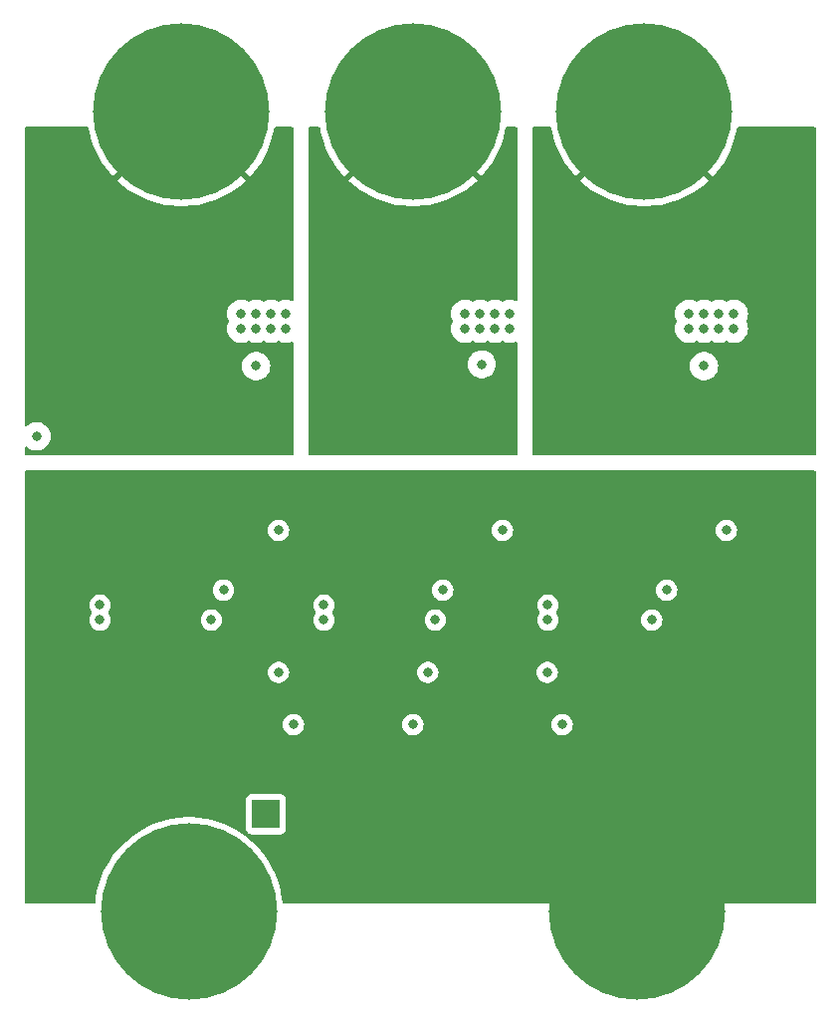
<source format=gbr>
%TF.GenerationSoftware,KiCad,Pcbnew,7.0.6*%
%TF.CreationDate,2023-10-19T15:55:55+03:00*%
%TF.ProjectId,_______ _____,21383b3e-3230-44f2-903f-3b3042302e6b,rev?*%
%TF.SameCoordinates,Original*%
%TF.FileFunction,Copper,L3,Inr*%
%TF.FilePolarity,Positive*%
%FSLAX46Y46*%
G04 Gerber Fmt 4.6, Leading zero omitted, Abs format (unit mm)*
G04 Created by KiCad (PCBNEW 7.0.6) date 2023-10-19 15:55:55*
%MOMM*%
%LPD*%
G01*
G04 APERTURE LIST*
%TA.AperFunction,ComponentPad*%
%ADD10C,15.000000*%
%TD*%
%TA.AperFunction,ComponentPad*%
%ADD11O,2.400000X2.400000*%
%TD*%
%TA.AperFunction,ComponentPad*%
%ADD12R,2.400000X2.400000*%
%TD*%
%TA.AperFunction,ViaPad*%
%ADD13C,0.800000*%
%TD*%
G04 APERTURE END LIST*
D10*
%TO.N,+24V*%
%TO.C,J1*%
X133350000Y-125730000D03*
%TD*%
%TO.N,GND*%
%TO.C,J2*%
X171450000Y-125730000D03*
%TD*%
%TO.N,C*%
%TO.C,J5*%
X172085000Y-57785000D03*
%TD*%
%TO.N,B*%
%TO.C,J4*%
X152400000Y-57785000D03*
%TD*%
%TO.N,A*%
%TO.C,J3*%
X132715000Y-57785000D03*
%TD*%
D11*
%TO.N,GND*%
%TO.C,C1*%
X164900000Y-117475000D03*
D12*
%TO.N,+24V*%
X139900000Y-117475000D03*
%TD*%
D13*
%TO.N,GND*%
X120396000Y-85344000D03*
X120396000Y-88900000D03*
X120396000Y-91948000D03*
X120396000Y-94996000D03*
X120396000Y-106426000D03*
X120396000Y-109474000D03*
X120396000Y-112776000D03*
X120396000Y-115824000D03*
X185674000Y-117856000D03*
X185674000Y-114554000D03*
X185674000Y-111506000D03*
X185674000Y-108204000D03*
X185674000Y-105156000D03*
X185674000Y-101854000D03*
X185674000Y-98806000D03*
X185674000Y-95504000D03*
X174625000Y-116205000D03*
X174625000Y-113030000D03*
X174625000Y-109855000D03*
X174625000Y-106680000D03*
X130175000Y-114300000D03*
X130175000Y-111125000D03*
X130175000Y-107950000D03*
X120650000Y-119380000D03*
X120650000Y-101600000D03*
X120650000Y-99695000D03*
%TO.N,HIN_C*%
X165100000Y-109855000D03*
%TO.N,LIN_C*%
X163830000Y-105410000D03*
%TO.N,HIN_B*%
X153670000Y-105410000D03*
%TO.N,LIN_B*%
X152400000Y-109855000D03*
%TO.N,LIN_A*%
X142240000Y-109855000D03*
%TO.N,HIN_A*%
X140970000Y-105410000D03*
%TO.N,GND*%
X175895000Y-74930000D03*
X175895000Y-76200000D03*
X178435000Y-76200000D03*
X179705000Y-74930000D03*
X178435000Y-74930000D03*
X177165000Y-74930000D03*
X179705000Y-76200000D03*
X177165000Y-76200000D03*
X156845000Y-74930000D03*
X156845000Y-76200000D03*
X159385000Y-76200000D03*
X160655000Y-74930000D03*
X159385000Y-74930000D03*
X158115000Y-74930000D03*
X160655000Y-76200000D03*
X158115000Y-76200000D03*
X137795000Y-76200000D03*
X139065000Y-76200000D03*
X140335000Y-76200000D03*
X141605000Y-76200000D03*
X141605000Y-74930000D03*
X140335000Y-74930000D03*
X139065000Y-74930000D03*
X137795000Y-74930000D03*
%TO.N,LIN_C*%
X163881676Y-100960775D03*
%TO.N,HIN_C*%
X163881676Y-99699225D03*
%TO.N,Net-(U3-VS)*%
X173990000Y-98425000D03*
X172720000Y-100965000D03*
%TO.N,LIN_B*%
X144831676Y-100960775D03*
%TO.N,HIN_B*%
X144831676Y-99699225D03*
%TO.N,LIN_A*%
X125781676Y-100960775D03*
%TO.N,HIN_A*%
X125781676Y-99699225D03*
%TO.N,Net-(U2-VS)*%
X154305000Y-100965000D03*
X154940000Y-98425000D03*
%TO.N,Net-(U1-VS)*%
X136292500Y-98425000D03*
X135255000Y-100965000D03*
%TO.N,G6*%
X179070000Y-93345000D03*
%TO.N,G4*%
X160020000Y-93345000D03*
%TO.N,G2*%
X140970000Y-93345000D03*
%TO.N,G6*%
X177165000Y-79375000D03*
%TO.N,G4*%
X158260000Y-79230000D03*
%TO.N,G2*%
X139065000Y-79375000D03*
%TD*%
%TA.AperFunction,Conductor*%
%TO.N,A*%
G36*
X124778514Y-59074685D02*
G01*
X124824269Y-59127489D01*
X124833591Y-59157468D01*
X124885050Y-59449307D01*
X124885050Y-59449306D01*
X125020221Y-59991448D01*
X125020221Y-59991449D01*
X125192878Y-60522833D01*
X125192878Y-60522832D01*
X125402181Y-61040874D01*
X125402182Y-61040875D01*
X125647112Y-61543059D01*
X125647113Y-61543059D01*
X125926483Y-62026943D01*
X125926483Y-62026944D01*
X126238922Y-62490151D01*
X126238921Y-62490151D01*
X126582905Y-62930431D01*
X126882870Y-63263575D01*
X130069640Y-60076805D01*
X130203842Y-60230176D01*
X130421991Y-60431561D01*
X127237146Y-63616406D01*
X127358687Y-63733778D01*
X127786699Y-64092923D01*
X127786700Y-64092923D01*
X128238739Y-64421349D01*
X128238738Y-64421348D01*
X128712563Y-64717427D01*
X128712563Y-64717426D01*
X129205890Y-64979734D01*
X129205889Y-64979733D01*
X129716324Y-65206993D01*
X130241360Y-65398090D01*
X130241361Y-65398090D01*
X130778439Y-65552095D01*
X131324972Y-65668265D01*
X131878270Y-65746025D01*
X131878271Y-65746025D01*
X132435632Y-65785000D01*
X132994368Y-65785000D01*
X133551729Y-65746025D01*
X133551730Y-65746025D01*
X134105028Y-65668265D01*
X134651561Y-65552095D01*
X135188639Y-65398090D01*
X135188640Y-65398090D01*
X135713676Y-65206993D01*
X136224111Y-64979733D01*
X136224110Y-64979734D01*
X136717437Y-64717426D01*
X136717437Y-64717427D01*
X137191262Y-64421348D01*
X137191261Y-64421349D01*
X137643300Y-64092923D01*
X137643301Y-64092923D01*
X138071305Y-63733785D01*
X138071305Y-63733784D01*
X138192853Y-63616405D01*
X135007361Y-60430913D01*
X135092461Y-60360360D01*
X135352736Y-60093061D01*
X135363237Y-60079684D01*
X138547128Y-63263575D01*
X138547129Y-63263575D01*
X138847095Y-62930431D01*
X139191079Y-62490151D01*
X139191078Y-62490151D01*
X139503517Y-62026944D01*
X139503517Y-62026943D01*
X139782887Y-61543059D01*
X139782888Y-61543059D01*
X140027818Y-61040875D01*
X140027819Y-61040874D01*
X140237122Y-60522832D01*
X140237122Y-60522833D01*
X140409779Y-59991449D01*
X140409779Y-59991448D01*
X140544950Y-59449306D01*
X140544950Y-59449307D01*
X140596409Y-59157468D01*
X140627436Y-59094865D01*
X140687383Y-59058974D01*
X140718525Y-59055000D01*
X142116000Y-59055000D01*
X142183039Y-59074685D01*
X142228794Y-59127489D01*
X142240000Y-59179000D01*
X142240000Y-73707545D01*
X142220315Y-73774584D01*
X142167511Y-73820339D01*
X142098353Y-73830283D01*
X142071207Y-73823172D01*
X142001543Y-73796184D01*
X141934940Y-73770382D01*
X141716243Y-73729500D01*
X141493757Y-73729500D01*
X141275060Y-73770382D01*
X141146106Y-73820339D01*
X141067601Y-73850752D01*
X141067598Y-73850753D01*
X141035276Y-73870766D01*
X140967915Y-73889320D01*
X140904724Y-73870766D01*
X140872401Y-73850753D01*
X140872398Y-73850752D01*
X140664940Y-73770382D01*
X140446243Y-73729500D01*
X140223757Y-73729500D01*
X140005060Y-73770382D01*
X139876106Y-73820339D01*
X139797601Y-73850752D01*
X139797598Y-73850753D01*
X139765276Y-73870766D01*
X139697915Y-73889320D01*
X139634724Y-73870766D01*
X139602401Y-73850753D01*
X139602398Y-73850752D01*
X139394940Y-73770382D01*
X139176243Y-73729500D01*
X138953757Y-73729500D01*
X138735060Y-73770382D01*
X138606106Y-73820339D01*
X138527601Y-73850752D01*
X138527598Y-73850753D01*
X138495276Y-73870766D01*
X138427915Y-73889320D01*
X138364724Y-73870766D01*
X138332401Y-73850753D01*
X138332398Y-73850752D01*
X138124940Y-73770382D01*
X137906243Y-73729500D01*
X137683757Y-73729500D01*
X137465060Y-73770382D01*
X137336106Y-73820339D01*
X137257601Y-73850752D01*
X137257595Y-73850754D01*
X137068439Y-73967874D01*
X137068437Y-73967876D01*
X136904020Y-74117761D01*
X136769943Y-74295308D01*
X136769938Y-74295316D01*
X136670775Y-74494461D01*
X136670769Y-74494476D01*
X136609885Y-74708462D01*
X136609884Y-74708464D01*
X136589357Y-74929999D01*
X136589357Y-74930000D01*
X136609884Y-75151535D01*
X136609885Y-75151537D01*
X136670769Y-75365523D01*
X136670775Y-75365538D01*
X136742574Y-75509728D01*
X136754835Y-75578514D01*
X136742574Y-75620272D01*
X136670775Y-75764461D01*
X136670769Y-75764476D01*
X136609885Y-75978462D01*
X136609884Y-75978464D01*
X136589357Y-76199999D01*
X136589357Y-76200000D01*
X136609884Y-76421535D01*
X136609885Y-76421537D01*
X136670769Y-76635523D01*
X136670775Y-76635538D01*
X136769938Y-76834683D01*
X136769943Y-76834691D01*
X136904020Y-77012238D01*
X137068437Y-77162123D01*
X137068439Y-77162125D01*
X137257595Y-77279245D01*
X137257596Y-77279245D01*
X137257599Y-77279247D01*
X137465060Y-77359618D01*
X137683757Y-77400500D01*
X137683759Y-77400500D01*
X137906241Y-77400500D01*
X137906243Y-77400500D01*
X138124940Y-77359618D01*
X138332401Y-77279247D01*
X138364721Y-77259234D01*
X138432081Y-77240678D01*
X138495279Y-77259235D01*
X138527595Y-77279245D01*
X138527599Y-77279247D01*
X138735060Y-77359618D01*
X138953757Y-77400500D01*
X138953759Y-77400500D01*
X139176241Y-77400500D01*
X139176243Y-77400500D01*
X139394940Y-77359618D01*
X139602401Y-77279247D01*
X139634721Y-77259234D01*
X139702081Y-77240678D01*
X139765279Y-77259235D01*
X139797595Y-77279245D01*
X139797599Y-77279247D01*
X140005060Y-77359618D01*
X140223757Y-77400500D01*
X140223759Y-77400500D01*
X140446241Y-77400500D01*
X140446243Y-77400500D01*
X140664940Y-77359618D01*
X140872401Y-77279247D01*
X140904721Y-77259234D01*
X140972081Y-77240678D01*
X141035279Y-77259235D01*
X141067595Y-77279245D01*
X141067599Y-77279247D01*
X141275060Y-77359618D01*
X141493757Y-77400500D01*
X141493759Y-77400500D01*
X141716241Y-77400500D01*
X141716243Y-77400500D01*
X141934940Y-77359618D01*
X142071206Y-77306827D01*
X142140829Y-77300965D01*
X142202569Y-77333675D01*
X142236824Y-77394571D01*
X142240000Y-77422454D01*
X142240000Y-86871000D01*
X142220315Y-86938039D01*
X142167511Y-86983794D01*
X142116000Y-86995000D01*
X135890000Y-86995000D01*
X119504000Y-86995000D01*
X119436961Y-86975315D01*
X119391206Y-86922511D01*
X119380000Y-86871000D01*
X119380000Y-86323095D01*
X119399683Y-86256060D01*
X119452487Y-86210305D01*
X119521646Y-86200361D01*
X119585202Y-86229386D01*
X119587537Y-86231462D01*
X119669437Y-86306123D01*
X119669439Y-86306125D01*
X119858595Y-86423245D01*
X119858596Y-86423245D01*
X119858599Y-86423247D01*
X120066060Y-86503618D01*
X120284757Y-86544500D01*
X120284759Y-86544500D01*
X120507241Y-86544500D01*
X120507243Y-86544500D01*
X120725940Y-86503618D01*
X120933401Y-86423247D01*
X121122562Y-86306124D01*
X121286981Y-86156236D01*
X121421058Y-85978689D01*
X121520229Y-85779528D01*
X121581115Y-85565536D01*
X121601643Y-85344000D01*
X121581115Y-85122464D01*
X121520229Y-84908472D01*
X121520224Y-84908461D01*
X121421061Y-84709316D01*
X121421056Y-84709308D01*
X121286979Y-84531761D01*
X121122562Y-84381876D01*
X121122560Y-84381874D01*
X120933404Y-84264754D01*
X120933398Y-84264752D01*
X120725940Y-84184382D01*
X120507243Y-84143500D01*
X120284757Y-84143500D01*
X120066060Y-84184382D01*
X119934864Y-84235207D01*
X119858601Y-84264752D01*
X119858595Y-84264754D01*
X119669439Y-84381874D01*
X119669437Y-84381876D01*
X119587538Y-84456537D01*
X119524734Y-84487154D01*
X119455347Y-84478956D01*
X119401407Y-84434546D01*
X119380039Y-84368024D01*
X119380000Y-84364900D01*
X119380000Y-79375000D01*
X137859357Y-79375000D01*
X137879884Y-79596535D01*
X137879885Y-79596537D01*
X137940769Y-79810523D01*
X137940775Y-79810538D01*
X138039938Y-80009683D01*
X138039943Y-80009691D01*
X138174020Y-80187238D01*
X138338437Y-80337123D01*
X138338439Y-80337125D01*
X138527595Y-80454245D01*
X138527596Y-80454245D01*
X138527599Y-80454247D01*
X138735060Y-80534618D01*
X138953757Y-80575500D01*
X138953759Y-80575500D01*
X139176241Y-80575500D01*
X139176243Y-80575500D01*
X139394940Y-80534618D01*
X139602401Y-80454247D01*
X139791562Y-80337124D01*
X139955981Y-80187236D01*
X140090058Y-80009689D01*
X140189229Y-79810528D01*
X140250115Y-79596536D01*
X140270643Y-79375000D01*
X140250115Y-79153464D01*
X140189229Y-78939472D01*
X140189224Y-78939461D01*
X140090061Y-78740316D01*
X140090056Y-78740308D01*
X139955979Y-78562761D01*
X139791562Y-78412876D01*
X139791560Y-78412874D01*
X139602404Y-78295754D01*
X139602398Y-78295752D01*
X139394940Y-78215382D01*
X139176243Y-78174500D01*
X138953757Y-78174500D01*
X138735060Y-78215382D01*
X138603864Y-78266207D01*
X138527601Y-78295752D01*
X138527595Y-78295754D01*
X138338439Y-78412874D01*
X138338437Y-78412876D01*
X138174020Y-78562761D01*
X138039943Y-78740308D01*
X138039938Y-78740316D01*
X137940775Y-78939461D01*
X137940769Y-78939476D01*
X137879885Y-79153462D01*
X137879884Y-79153464D01*
X137859357Y-79374999D01*
X137859357Y-79375000D01*
X119380000Y-79375000D01*
X119380000Y-59179000D01*
X119399685Y-59111961D01*
X119452489Y-59066206D01*
X119504000Y-59055000D01*
X124711475Y-59055000D01*
X124778514Y-59074685D01*
G37*
%TD.AperFunction*%
%TD*%
%TA.AperFunction,Conductor*%
%TO.N,B*%
G36*
X144463514Y-59074685D02*
G01*
X144509269Y-59127489D01*
X144518591Y-59157468D01*
X144570050Y-59449307D01*
X144570050Y-59449306D01*
X144705221Y-59991448D01*
X144705221Y-59991449D01*
X144877878Y-60522833D01*
X144877878Y-60522832D01*
X145087181Y-61040874D01*
X145087182Y-61040875D01*
X145332112Y-61543059D01*
X145332113Y-61543059D01*
X145611483Y-62026943D01*
X145611483Y-62026944D01*
X145923922Y-62490151D01*
X145923921Y-62490151D01*
X146267905Y-62930431D01*
X146567870Y-63263575D01*
X149754640Y-60076805D01*
X149888842Y-60230176D01*
X150106991Y-60431561D01*
X146922146Y-63616406D01*
X147043687Y-63733778D01*
X147471699Y-64092923D01*
X147471700Y-64092923D01*
X147923739Y-64421349D01*
X147923738Y-64421348D01*
X148397563Y-64717427D01*
X148397563Y-64717426D01*
X148890890Y-64979734D01*
X148890889Y-64979733D01*
X149401324Y-65206993D01*
X149926360Y-65398090D01*
X149926361Y-65398090D01*
X150463439Y-65552095D01*
X151009972Y-65668265D01*
X151563270Y-65746025D01*
X151563271Y-65746025D01*
X152120632Y-65785000D01*
X152679368Y-65785000D01*
X153236729Y-65746025D01*
X153236730Y-65746025D01*
X153790028Y-65668265D01*
X154336561Y-65552095D01*
X154873639Y-65398090D01*
X154873640Y-65398090D01*
X155398676Y-65206993D01*
X155909111Y-64979733D01*
X155909110Y-64979734D01*
X156402437Y-64717426D01*
X156402437Y-64717427D01*
X156876262Y-64421348D01*
X156876261Y-64421349D01*
X157328300Y-64092923D01*
X157328301Y-64092923D01*
X157756305Y-63733785D01*
X157756305Y-63733784D01*
X157877853Y-63616405D01*
X154692361Y-60430913D01*
X154777461Y-60360360D01*
X155037736Y-60093061D01*
X155048237Y-60079684D01*
X158232128Y-63263575D01*
X158232129Y-63263575D01*
X158532095Y-62930431D01*
X158876079Y-62490151D01*
X158876078Y-62490151D01*
X159188517Y-62026944D01*
X159188517Y-62026943D01*
X159467887Y-61543059D01*
X159467888Y-61543059D01*
X159712818Y-61040875D01*
X159712819Y-61040874D01*
X159922122Y-60522832D01*
X159922122Y-60522833D01*
X160094779Y-59991449D01*
X160094779Y-59991448D01*
X160229950Y-59449306D01*
X160229950Y-59449307D01*
X160281409Y-59157468D01*
X160312436Y-59094865D01*
X160372383Y-59058974D01*
X160403525Y-59055000D01*
X161166000Y-59055000D01*
X161233039Y-59074685D01*
X161278794Y-59127489D01*
X161290000Y-59179000D01*
X161290000Y-73707545D01*
X161270315Y-73774584D01*
X161217511Y-73820339D01*
X161148353Y-73830283D01*
X161121207Y-73823172D01*
X161051543Y-73796184D01*
X160984940Y-73770382D01*
X160766243Y-73729500D01*
X160543757Y-73729500D01*
X160325060Y-73770382D01*
X160196106Y-73820339D01*
X160117601Y-73850752D01*
X160117598Y-73850753D01*
X160085276Y-73870766D01*
X160017915Y-73889320D01*
X159954724Y-73870766D01*
X159922401Y-73850753D01*
X159922398Y-73850752D01*
X159714940Y-73770382D01*
X159496243Y-73729500D01*
X159273757Y-73729500D01*
X159055060Y-73770382D01*
X158926106Y-73820339D01*
X158847601Y-73850752D01*
X158847598Y-73850753D01*
X158815276Y-73870766D01*
X158747915Y-73889320D01*
X158684724Y-73870766D01*
X158652401Y-73850753D01*
X158652398Y-73850752D01*
X158444940Y-73770382D01*
X158226243Y-73729500D01*
X158003757Y-73729500D01*
X157785060Y-73770382D01*
X157656106Y-73820339D01*
X157577601Y-73850752D01*
X157577598Y-73850753D01*
X157545276Y-73870766D01*
X157477915Y-73889320D01*
X157414724Y-73870766D01*
X157382401Y-73850753D01*
X157382398Y-73850752D01*
X157174940Y-73770382D01*
X156956243Y-73729500D01*
X156733757Y-73729500D01*
X156515060Y-73770382D01*
X156386106Y-73820339D01*
X156307601Y-73850752D01*
X156307595Y-73850754D01*
X156118439Y-73967874D01*
X156118437Y-73967876D01*
X155954020Y-74117761D01*
X155819943Y-74295308D01*
X155819938Y-74295316D01*
X155720775Y-74494461D01*
X155720769Y-74494476D01*
X155659885Y-74708462D01*
X155659884Y-74708464D01*
X155639356Y-74929999D01*
X155639356Y-74930000D01*
X155659884Y-75151535D01*
X155659885Y-75151537D01*
X155720769Y-75365523D01*
X155720775Y-75365538D01*
X155792574Y-75509728D01*
X155804835Y-75578514D01*
X155792574Y-75620272D01*
X155720775Y-75764461D01*
X155720769Y-75764476D01*
X155659885Y-75978462D01*
X155659884Y-75978464D01*
X155639356Y-76199999D01*
X155639356Y-76200000D01*
X155659884Y-76421535D01*
X155659885Y-76421537D01*
X155720769Y-76635523D01*
X155720775Y-76635538D01*
X155819938Y-76834683D01*
X155819943Y-76834691D01*
X155954020Y-77012238D01*
X156118437Y-77162123D01*
X156118439Y-77162125D01*
X156307595Y-77279245D01*
X156307596Y-77279245D01*
X156307599Y-77279247D01*
X156515060Y-77359618D01*
X156733757Y-77400500D01*
X156733759Y-77400500D01*
X156956241Y-77400500D01*
X156956243Y-77400500D01*
X157174940Y-77359618D01*
X157382401Y-77279247D01*
X157414721Y-77259234D01*
X157482081Y-77240678D01*
X157545279Y-77259235D01*
X157577595Y-77279245D01*
X157577599Y-77279247D01*
X157785060Y-77359618D01*
X158003757Y-77400500D01*
X158003759Y-77400500D01*
X158226241Y-77400500D01*
X158226243Y-77400500D01*
X158444940Y-77359618D01*
X158652401Y-77279247D01*
X158684721Y-77259234D01*
X158752081Y-77240678D01*
X158815279Y-77259235D01*
X158847595Y-77279245D01*
X158847599Y-77279247D01*
X159055060Y-77359618D01*
X159273757Y-77400500D01*
X159273759Y-77400500D01*
X159496241Y-77400500D01*
X159496243Y-77400500D01*
X159714940Y-77359618D01*
X159922401Y-77279247D01*
X159954721Y-77259234D01*
X160022081Y-77240678D01*
X160085279Y-77259235D01*
X160117595Y-77279245D01*
X160117599Y-77279247D01*
X160325060Y-77359618D01*
X160543757Y-77400500D01*
X160543759Y-77400500D01*
X160766241Y-77400500D01*
X160766243Y-77400500D01*
X160984940Y-77359618D01*
X161121206Y-77306827D01*
X161190829Y-77300965D01*
X161252569Y-77333675D01*
X161286824Y-77394571D01*
X161290000Y-77422454D01*
X161290000Y-86871000D01*
X161270315Y-86938039D01*
X161217511Y-86983794D01*
X161166000Y-86995000D01*
X154940000Y-86995000D01*
X143634000Y-86995000D01*
X143566961Y-86975315D01*
X143521206Y-86922511D01*
X143510000Y-86871000D01*
X143510000Y-79230000D01*
X157054356Y-79230000D01*
X157074884Y-79451535D01*
X157074885Y-79451537D01*
X157135769Y-79665523D01*
X157135775Y-79665538D01*
X157234938Y-79864683D01*
X157234943Y-79864691D01*
X157369020Y-80042238D01*
X157533437Y-80192123D01*
X157533439Y-80192125D01*
X157722595Y-80309245D01*
X157722596Y-80309245D01*
X157722599Y-80309247D01*
X157930060Y-80389618D01*
X158148757Y-80430500D01*
X158148759Y-80430500D01*
X158371241Y-80430500D01*
X158371243Y-80430500D01*
X158589940Y-80389618D01*
X158797401Y-80309247D01*
X158986562Y-80192124D01*
X159150981Y-80042236D01*
X159285058Y-79864689D01*
X159384229Y-79665528D01*
X159445115Y-79451536D01*
X159465643Y-79230000D01*
X159445115Y-79008464D01*
X159384229Y-78794472D01*
X159384224Y-78794461D01*
X159285061Y-78595316D01*
X159285056Y-78595308D01*
X159150979Y-78417761D01*
X158986562Y-78267876D01*
X158986560Y-78267874D01*
X158797404Y-78150754D01*
X158797398Y-78150752D01*
X158589940Y-78070382D01*
X158371243Y-78029500D01*
X158148757Y-78029500D01*
X157930060Y-78070382D01*
X157798864Y-78121207D01*
X157722601Y-78150752D01*
X157722595Y-78150754D01*
X157533439Y-78267874D01*
X157533437Y-78267876D01*
X157369020Y-78417761D01*
X157234943Y-78595308D01*
X157234938Y-78595316D01*
X157135775Y-78794461D01*
X157135769Y-78794476D01*
X157074885Y-79008462D01*
X157074884Y-79008464D01*
X157054356Y-79229999D01*
X157054356Y-79230000D01*
X143510000Y-79230000D01*
X143510000Y-59179000D01*
X143529685Y-59111961D01*
X143582489Y-59066206D01*
X143634000Y-59055000D01*
X144396475Y-59055000D01*
X144463514Y-59074685D01*
G37*
%TD.AperFunction*%
%TD*%
%TA.AperFunction,Conductor*%
%TO.N,C*%
G36*
X164148514Y-59074685D02*
G01*
X164194269Y-59127489D01*
X164203591Y-59157468D01*
X164255050Y-59449307D01*
X164255050Y-59449306D01*
X164390221Y-59991448D01*
X164390221Y-59991449D01*
X164562878Y-60522833D01*
X164562878Y-60522832D01*
X164772181Y-61040874D01*
X164772182Y-61040875D01*
X165017112Y-61543059D01*
X165017113Y-61543059D01*
X165296483Y-62026943D01*
X165296483Y-62026944D01*
X165608922Y-62490151D01*
X165608921Y-62490151D01*
X165952905Y-62930431D01*
X166252870Y-63263575D01*
X169439640Y-60076805D01*
X169573842Y-60230176D01*
X169791991Y-60431561D01*
X166607146Y-63616406D01*
X166728687Y-63733778D01*
X167156699Y-64092923D01*
X167156700Y-64092923D01*
X167608739Y-64421349D01*
X167608738Y-64421348D01*
X168082563Y-64717427D01*
X168082563Y-64717426D01*
X168575890Y-64979734D01*
X168575889Y-64979733D01*
X169086324Y-65206993D01*
X169611360Y-65398090D01*
X169611361Y-65398090D01*
X170148439Y-65552095D01*
X170694972Y-65668265D01*
X171248270Y-65746025D01*
X171248271Y-65746025D01*
X171805632Y-65785000D01*
X172364368Y-65785000D01*
X172921729Y-65746025D01*
X172921730Y-65746025D01*
X173475028Y-65668265D01*
X174021561Y-65552095D01*
X174558639Y-65398090D01*
X174558640Y-65398090D01*
X175083676Y-65206993D01*
X175594111Y-64979733D01*
X175594110Y-64979734D01*
X176087437Y-64717426D01*
X176087437Y-64717427D01*
X176561262Y-64421348D01*
X176561261Y-64421349D01*
X177013300Y-64092923D01*
X177013301Y-64092923D01*
X177441305Y-63733785D01*
X177441305Y-63733784D01*
X177562853Y-63616405D01*
X174377361Y-60430913D01*
X174462461Y-60360360D01*
X174722736Y-60093061D01*
X174733237Y-60079684D01*
X177917128Y-63263575D01*
X177917129Y-63263575D01*
X178217095Y-62930431D01*
X178561079Y-62490151D01*
X178561078Y-62490151D01*
X178873517Y-62026944D01*
X178873517Y-62026943D01*
X179152887Y-61543059D01*
X179152888Y-61543059D01*
X179397818Y-61040875D01*
X179397819Y-61040874D01*
X179607122Y-60522832D01*
X179607122Y-60522833D01*
X179779779Y-59991449D01*
X179779779Y-59991448D01*
X179914950Y-59449306D01*
X179914950Y-59449307D01*
X179966409Y-59157468D01*
X179997436Y-59094865D01*
X180057383Y-59058974D01*
X180088525Y-59055000D01*
X186566000Y-59055000D01*
X186633039Y-59074685D01*
X186678794Y-59127489D01*
X186690000Y-59179000D01*
X186690000Y-86871000D01*
X186670315Y-86938039D01*
X186617511Y-86983794D01*
X186566000Y-86995000D01*
X173990000Y-86995000D01*
X162684000Y-86995000D01*
X162616961Y-86975315D01*
X162571206Y-86922511D01*
X162560000Y-86871000D01*
X162560000Y-79375000D01*
X175959356Y-79375000D01*
X175979884Y-79596535D01*
X175979885Y-79596537D01*
X176040769Y-79810523D01*
X176040775Y-79810538D01*
X176139938Y-80009683D01*
X176139943Y-80009691D01*
X176274020Y-80187238D01*
X176438437Y-80337123D01*
X176438439Y-80337125D01*
X176627595Y-80454245D01*
X176627596Y-80454245D01*
X176627599Y-80454247D01*
X176835060Y-80534618D01*
X177053757Y-80575500D01*
X177053759Y-80575500D01*
X177276241Y-80575500D01*
X177276243Y-80575500D01*
X177494940Y-80534618D01*
X177702401Y-80454247D01*
X177891562Y-80337124D01*
X178055981Y-80187236D01*
X178190058Y-80009689D01*
X178289229Y-79810528D01*
X178350115Y-79596536D01*
X178370643Y-79375000D01*
X178350115Y-79153464D01*
X178289229Y-78939472D01*
X178289224Y-78939461D01*
X178190061Y-78740316D01*
X178190056Y-78740308D01*
X178055979Y-78562761D01*
X177891562Y-78412876D01*
X177891560Y-78412874D01*
X177702404Y-78295754D01*
X177702398Y-78295752D01*
X177494940Y-78215382D01*
X177276243Y-78174500D01*
X177053757Y-78174500D01*
X176835060Y-78215382D01*
X176703864Y-78266207D01*
X176627601Y-78295752D01*
X176627595Y-78295754D01*
X176438439Y-78412874D01*
X176438437Y-78412876D01*
X176274020Y-78562761D01*
X176139943Y-78740308D01*
X176139938Y-78740316D01*
X176040775Y-78939461D01*
X176040769Y-78939476D01*
X175979885Y-79153462D01*
X175979884Y-79153464D01*
X175959356Y-79374999D01*
X175959356Y-79375000D01*
X162560000Y-79375000D01*
X162560000Y-76200000D01*
X174689356Y-76200000D01*
X174709884Y-76421535D01*
X174709885Y-76421537D01*
X174770769Y-76635523D01*
X174770775Y-76635538D01*
X174869938Y-76834683D01*
X174869943Y-76834691D01*
X175004020Y-77012238D01*
X175168437Y-77162123D01*
X175168439Y-77162125D01*
X175357595Y-77279245D01*
X175357596Y-77279245D01*
X175357599Y-77279247D01*
X175565060Y-77359618D01*
X175783757Y-77400500D01*
X175783759Y-77400500D01*
X176006241Y-77400500D01*
X176006243Y-77400500D01*
X176224940Y-77359618D01*
X176432401Y-77279247D01*
X176464721Y-77259234D01*
X176532081Y-77240678D01*
X176595279Y-77259235D01*
X176627595Y-77279245D01*
X176627599Y-77279247D01*
X176835060Y-77359618D01*
X177053757Y-77400500D01*
X177053759Y-77400500D01*
X177276241Y-77400500D01*
X177276243Y-77400500D01*
X177494940Y-77359618D01*
X177702401Y-77279247D01*
X177734721Y-77259234D01*
X177802081Y-77240678D01*
X177865279Y-77259235D01*
X177897595Y-77279245D01*
X177897599Y-77279247D01*
X178105060Y-77359618D01*
X178323757Y-77400500D01*
X178323759Y-77400500D01*
X178546241Y-77400500D01*
X178546243Y-77400500D01*
X178764940Y-77359618D01*
X178972401Y-77279247D01*
X179004721Y-77259234D01*
X179072081Y-77240678D01*
X179135279Y-77259235D01*
X179167595Y-77279245D01*
X179167599Y-77279247D01*
X179375060Y-77359618D01*
X179593757Y-77400500D01*
X179593759Y-77400500D01*
X179816241Y-77400500D01*
X179816243Y-77400500D01*
X180034940Y-77359618D01*
X180242401Y-77279247D01*
X180431562Y-77162124D01*
X180595981Y-77012236D01*
X180730058Y-76834689D01*
X180829229Y-76635528D01*
X180890115Y-76421536D01*
X180910643Y-76200000D01*
X180890115Y-75978464D01*
X180829229Y-75764472D01*
X180757425Y-75620271D01*
X180745164Y-75551486D01*
X180757422Y-75509733D01*
X180829229Y-75365528D01*
X180890115Y-75151536D01*
X180910643Y-74930000D01*
X180890115Y-74708464D01*
X180829229Y-74494472D01*
X180829224Y-74494461D01*
X180730061Y-74295316D01*
X180730056Y-74295308D01*
X180595979Y-74117761D01*
X180431562Y-73967876D01*
X180431560Y-73967874D01*
X180242404Y-73850754D01*
X180242398Y-73850752D01*
X180034940Y-73770382D01*
X179816243Y-73729500D01*
X179593757Y-73729500D01*
X179375060Y-73770382D01*
X179243864Y-73821207D01*
X179167601Y-73850752D01*
X179167598Y-73850753D01*
X179135276Y-73870766D01*
X179067915Y-73889320D01*
X179004724Y-73870766D01*
X178972401Y-73850753D01*
X178972398Y-73850752D01*
X178764940Y-73770382D01*
X178546243Y-73729500D01*
X178323757Y-73729500D01*
X178105060Y-73770382D01*
X177973864Y-73821207D01*
X177897601Y-73850752D01*
X177897598Y-73850753D01*
X177865276Y-73870766D01*
X177797915Y-73889320D01*
X177734724Y-73870766D01*
X177702401Y-73850753D01*
X177702398Y-73850752D01*
X177494940Y-73770382D01*
X177276243Y-73729500D01*
X177053757Y-73729500D01*
X176835060Y-73770382D01*
X176703864Y-73821207D01*
X176627601Y-73850752D01*
X176627598Y-73850753D01*
X176595276Y-73870766D01*
X176527915Y-73889320D01*
X176464724Y-73870766D01*
X176432401Y-73850753D01*
X176432398Y-73850752D01*
X176224940Y-73770382D01*
X176006243Y-73729500D01*
X175783757Y-73729500D01*
X175565060Y-73770382D01*
X175433864Y-73821207D01*
X175357601Y-73850752D01*
X175357595Y-73850754D01*
X175168439Y-73967874D01*
X175168437Y-73967876D01*
X175004020Y-74117761D01*
X174869943Y-74295308D01*
X174869938Y-74295316D01*
X174770775Y-74494461D01*
X174770769Y-74494476D01*
X174709885Y-74708462D01*
X174709884Y-74708464D01*
X174689356Y-74929999D01*
X174689356Y-74930000D01*
X174709884Y-75151535D01*
X174709885Y-75151537D01*
X174770769Y-75365523D01*
X174770775Y-75365538D01*
X174842574Y-75509728D01*
X174854835Y-75578514D01*
X174842574Y-75620272D01*
X174770775Y-75764461D01*
X174770769Y-75764476D01*
X174709885Y-75978462D01*
X174709884Y-75978464D01*
X174689356Y-76199999D01*
X174689356Y-76200000D01*
X162560000Y-76200000D01*
X162560000Y-59179000D01*
X162579685Y-59111961D01*
X162632489Y-59066206D01*
X162684000Y-59055000D01*
X164081475Y-59055000D01*
X164148514Y-59074685D01*
G37*
%TD.AperFunction*%
%TD*%
%TA.AperFunction,Conductor*%
%TO.N,GND*%
G36*
X186633039Y-88284685D02*
G01*
X186678794Y-88337489D01*
X186690000Y-88389000D01*
X186690000Y-124971000D01*
X186670315Y-125038039D01*
X186617511Y-125083794D01*
X186566000Y-125095000D01*
X141439478Y-125095000D01*
X141372439Y-125075315D01*
X141326684Y-125022511D01*
X141316157Y-124983962D01*
X141277468Y-124615860D01*
X141180440Y-124065589D01*
X141045262Y-123523419D01*
X140872594Y-122992000D01*
X140872593Y-122991997D01*
X140872592Y-122991996D01*
X140663277Y-122473922D01*
X140663276Y-122473921D01*
X140418330Y-121971707D01*
X140418329Y-121971706D01*
X140418328Y-121971703D01*
X140138945Y-121487797D01*
X139826486Y-121024557D01*
X139826484Y-121024554D01*
X139482479Y-120584247D01*
X139108585Y-120168997D01*
X139108585Y-120168996D01*
X138706648Y-119780850D01*
X138278609Y-119421682D01*
X138278608Y-119421682D01*
X138278602Y-119421677D01*
X137826550Y-119093242D01*
X137826542Y-119093237D01*
X137729418Y-119032547D01*
X137352701Y-118797147D01*
X137352700Y-118797147D01*
X137352689Y-118797140D01*
X137213007Y-118722870D01*
X138199500Y-118722870D01*
X138199501Y-118722876D01*
X138205908Y-118782483D01*
X138256202Y-118917328D01*
X138256206Y-118917335D01*
X138342452Y-119032544D01*
X138342455Y-119032547D01*
X138457664Y-119118793D01*
X138457671Y-119118797D01*
X138592517Y-119169091D01*
X138592516Y-119169091D01*
X138599444Y-119169835D01*
X138652127Y-119175500D01*
X141147872Y-119175499D01*
X141207483Y-119169091D01*
X141342331Y-119118796D01*
X141457546Y-119032546D01*
X141543796Y-118917331D01*
X141594091Y-118782483D01*
X141600500Y-118722873D01*
X141600499Y-116227128D01*
X141594091Y-116167517D01*
X141543796Y-116032669D01*
X141543795Y-116032668D01*
X141543793Y-116032664D01*
X141457547Y-115917455D01*
X141457544Y-115917452D01*
X141342335Y-115831206D01*
X141342328Y-115831202D01*
X141207482Y-115780908D01*
X141207483Y-115780908D01*
X141147883Y-115774501D01*
X141147881Y-115774500D01*
X141147873Y-115774500D01*
X141147864Y-115774500D01*
X138652129Y-115774500D01*
X138652123Y-115774501D01*
X138592516Y-115780908D01*
X138457671Y-115831202D01*
X138457664Y-115831206D01*
X138342455Y-115917452D01*
X138342452Y-115917455D01*
X138256206Y-116032664D01*
X138256202Y-116032671D01*
X138205908Y-116167517D01*
X138199501Y-116227116D01*
X138199501Y-116227123D01*
X138199500Y-116227135D01*
X138199500Y-118722870D01*
X137213007Y-118722870D01*
X137027461Y-118624214D01*
X136859329Y-118534816D01*
X136859330Y-118534817D01*
X136859326Y-118534815D01*
X136348867Y-118307544D01*
X135823798Y-118116434D01*
X135286676Y-117962417D01*
X134853080Y-117870253D01*
X134740115Y-117846242D01*
X134309164Y-117785675D01*
X134186790Y-117768477D01*
X134186788Y-117768476D01*
X134186783Y-117768476D01*
X133629386Y-117729500D01*
X133629384Y-117729500D01*
X133070616Y-117729500D01*
X133070614Y-117729500D01*
X132513217Y-117768476D01*
X132513211Y-117768476D01*
X132513210Y-117768477D01*
X132390835Y-117785675D01*
X131959885Y-117846242D01*
X131846919Y-117870253D01*
X131413324Y-117962417D01*
X130876202Y-118116434D01*
X130351133Y-118307544D01*
X129840674Y-118534815D01*
X129840670Y-118534817D01*
X129840671Y-118534816D01*
X129580108Y-118673359D01*
X129347313Y-118797139D01*
X128873458Y-119093237D01*
X128873450Y-119093242D01*
X128421398Y-119421677D01*
X128421392Y-119421682D01*
X128421391Y-119421682D01*
X127993352Y-119780850D01*
X127591415Y-120168996D01*
X127591415Y-120168997D01*
X127217521Y-120584247D01*
X126873516Y-121024554D01*
X126873514Y-121024557D01*
X126561055Y-121487797D01*
X126281672Y-121971703D01*
X126281671Y-121971706D01*
X126281670Y-121971707D01*
X126036724Y-122473921D01*
X126036723Y-122473922D01*
X125827407Y-122991996D01*
X125827407Y-122991997D01*
X125827406Y-122992000D01*
X125654738Y-123523419D01*
X125519560Y-124065589D01*
X125422532Y-124615860D01*
X125383843Y-124983962D01*
X125357258Y-125048576D01*
X125299961Y-125088561D01*
X125260522Y-125095000D01*
X119504000Y-125095000D01*
X119436961Y-125075315D01*
X119391206Y-125022511D01*
X119380000Y-124971000D01*
X119380000Y-109855000D01*
X141334540Y-109855000D01*
X141354326Y-110043256D01*
X141354327Y-110043259D01*
X141412818Y-110223277D01*
X141412821Y-110223284D01*
X141507467Y-110387216D01*
X141634128Y-110527888D01*
X141634129Y-110527888D01*
X141787265Y-110639148D01*
X141787270Y-110639151D01*
X141960192Y-110716142D01*
X141960197Y-110716144D01*
X142145354Y-110755500D01*
X142145355Y-110755500D01*
X142334644Y-110755500D01*
X142334646Y-110755500D01*
X142519803Y-110716144D01*
X142692730Y-110639151D01*
X142845871Y-110527888D01*
X142972533Y-110387216D01*
X143067179Y-110223284D01*
X143125674Y-110043256D01*
X143145460Y-109855000D01*
X151494540Y-109855000D01*
X151514326Y-110043256D01*
X151514327Y-110043259D01*
X151572818Y-110223277D01*
X151572821Y-110223284D01*
X151667467Y-110387216D01*
X151794128Y-110527888D01*
X151794129Y-110527888D01*
X151947265Y-110639148D01*
X151947270Y-110639151D01*
X152120192Y-110716142D01*
X152120197Y-110716144D01*
X152305354Y-110755500D01*
X152305355Y-110755500D01*
X152494644Y-110755500D01*
X152494646Y-110755500D01*
X152679803Y-110716144D01*
X152852730Y-110639151D01*
X153005871Y-110527888D01*
X153132533Y-110387216D01*
X153227179Y-110223284D01*
X153285674Y-110043256D01*
X153305460Y-109855000D01*
X164194540Y-109855000D01*
X164214326Y-110043256D01*
X164214327Y-110043259D01*
X164272818Y-110223277D01*
X164272821Y-110223284D01*
X164367467Y-110387216D01*
X164494128Y-110527888D01*
X164494129Y-110527888D01*
X164647265Y-110639148D01*
X164647270Y-110639151D01*
X164820192Y-110716142D01*
X164820197Y-110716144D01*
X165005354Y-110755500D01*
X165005355Y-110755500D01*
X165194644Y-110755500D01*
X165194646Y-110755500D01*
X165379803Y-110716144D01*
X165552730Y-110639151D01*
X165705871Y-110527888D01*
X165832533Y-110387216D01*
X165927179Y-110223284D01*
X165985674Y-110043256D01*
X166005460Y-109855000D01*
X165985674Y-109666744D01*
X165927179Y-109486716D01*
X165832533Y-109322784D01*
X165705871Y-109182112D01*
X165705870Y-109182111D01*
X165552734Y-109070851D01*
X165552729Y-109070848D01*
X165379807Y-108993857D01*
X165379802Y-108993855D01*
X165234000Y-108962865D01*
X165194646Y-108954500D01*
X165005354Y-108954500D01*
X164972897Y-108961398D01*
X164820197Y-108993855D01*
X164820192Y-108993857D01*
X164647270Y-109070848D01*
X164647265Y-109070851D01*
X164494129Y-109182111D01*
X164367466Y-109322785D01*
X164272821Y-109486715D01*
X164272818Y-109486722D01*
X164214327Y-109666740D01*
X164214326Y-109666744D01*
X164194540Y-109855000D01*
X153305460Y-109855000D01*
X153285674Y-109666744D01*
X153227179Y-109486716D01*
X153132533Y-109322784D01*
X153005871Y-109182112D01*
X153005870Y-109182111D01*
X152852734Y-109070851D01*
X152852729Y-109070848D01*
X152679807Y-108993857D01*
X152679802Y-108993855D01*
X152534000Y-108962865D01*
X152494646Y-108954500D01*
X152305354Y-108954500D01*
X152272897Y-108961398D01*
X152120197Y-108993855D01*
X152120192Y-108993857D01*
X151947270Y-109070848D01*
X151947265Y-109070851D01*
X151794129Y-109182111D01*
X151667466Y-109322785D01*
X151572821Y-109486715D01*
X151572818Y-109486722D01*
X151514327Y-109666740D01*
X151514326Y-109666744D01*
X151494540Y-109855000D01*
X143145460Y-109855000D01*
X143125674Y-109666744D01*
X143067179Y-109486716D01*
X142972533Y-109322784D01*
X142845871Y-109182112D01*
X142845870Y-109182111D01*
X142692734Y-109070851D01*
X142692729Y-109070848D01*
X142519807Y-108993857D01*
X142519802Y-108993855D01*
X142374001Y-108962865D01*
X142334646Y-108954500D01*
X142145354Y-108954500D01*
X142112897Y-108961398D01*
X141960197Y-108993855D01*
X141960192Y-108993857D01*
X141787270Y-109070848D01*
X141787265Y-109070851D01*
X141634129Y-109182111D01*
X141507466Y-109322785D01*
X141412821Y-109486715D01*
X141412818Y-109486722D01*
X141354327Y-109666740D01*
X141354326Y-109666744D01*
X141334540Y-109855000D01*
X119380000Y-109855000D01*
X119380000Y-105410000D01*
X140064540Y-105410000D01*
X140084326Y-105598256D01*
X140084327Y-105598259D01*
X140142818Y-105778277D01*
X140142821Y-105778284D01*
X140237467Y-105942216D01*
X140364128Y-106082888D01*
X140364129Y-106082888D01*
X140517265Y-106194148D01*
X140517270Y-106194151D01*
X140690192Y-106271142D01*
X140690197Y-106271144D01*
X140875354Y-106310500D01*
X140875355Y-106310500D01*
X141064644Y-106310500D01*
X141064646Y-106310500D01*
X141249803Y-106271144D01*
X141422730Y-106194151D01*
X141575871Y-106082888D01*
X141702533Y-105942216D01*
X141797179Y-105778284D01*
X141855674Y-105598256D01*
X141875460Y-105410000D01*
X152764540Y-105410000D01*
X152784326Y-105598256D01*
X152784327Y-105598259D01*
X152842818Y-105778277D01*
X152842821Y-105778284D01*
X152937467Y-105942216D01*
X153064128Y-106082888D01*
X153064129Y-106082888D01*
X153217265Y-106194148D01*
X153217270Y-106194151D01*
X153390192Y-106271142D01*
X153390197Y-106271144D01*
X153575354Y-106310500D01*
X153575355Y-106310500D01*
X153764644Y-106310500D01*
X153764646Y-106310500D01*
X153949803Y-106271144D01*
X154122730Y-106194151D01*
X154275871Y-106082888D01*
X154402533Y-105942216D01*
X154497179Y-105778284D01*
X154555674Y-105598256D01*
X154575460Y-105410000D01*
X162924540Y-105410000D01*
X162944326Y-105598256D01*
X162944327Y-105598259D01*
X163002818Y-105778277D01*
X163002821Y-105778284D01*
X163097467Y-105942216D01*
X163224128Y-106082887D01*
X163224129Y-106082888D01*
X163377265Y-106194148D01*
X163377270Y-106194151D01*
X163550192Y-106271142D01*
X163550197Y-106271144D01*
X163735354Y-106310500D01*
X163735355Y-106310500D01*
X163924644Y-106310500D01*
X163924646Y-106310500D01*
X164109803Y-106271144D01*
X164282730Y-106194151D01*
X164435871Y-106082888D01*
X164562533Y-105942216D01*
X164657179Y-105778284D01*
X164715674Y-105598256D01*
X164735460Y-105410000D01*
X164715674Y-105221744D01*
X164657179Y-105041716D01*
X164562533Y-104877784D01*
X164435871Y-104737112D01*
X164435870Y-104737111D01*
X164282734Y-104625851D01*
X164282729Y-104625848D01*
X164109807Y-104548857D01*
X164109802Y-104548855D01*
X163964001Y-104517865D01*
X163924646Y-104509500D01*
X163735354Y-104509500D01*
X163702897Y-104516398D01*
X163550197Y-104548855D01*
X163550192Y-104548857D01*
X163377270Y-104625848D01*
X163377265Y-104625851D01*
X163224129Y-104737111D01*
X163097466Y-104877785D01*
X163002821Y-105041715D01*
X163002818Y-105041722D01*
X162944327Y-105221740D01*
X162944326Y-105221744D01*
X162924540Y-105410000D01*
X154575460Y-105410000D01*
X154555674Y-105221744D01*
X154497179Y-105041716D01*
X154402533Y-104877784D01*
X154275871Y-104737112D01*
X154275870Y-104737111D01*
X154122734Y-104625851D01*
X154122729Y-104625848D01*
X153949807Y-104548857D01*
X153949802Y-104548855D01*
X153804001Y-104517865D01*
X153764646Y-104509500D01*
X153575354Y-104509500D01*
X153542897Y-104516398D01*
X153390197Y-104548855D01*
X153390192Y-104548857D01*
X153217270Y-104625848D01*
X153217265Y-104625851D01*
X153064129Y-104737111D01*
X152937466Y-104877785D01*
X152842821Y-105041715D01*
X152842818Y-105041722D01*
X152784327Y-105221740D01*
X152784326Y-105221744D01*
X152764540Y-105410000D01*
X141875460Y-105410000D01*
X141855674Y-105221744D01*
X141797179Y-105041716D01*
X141702533Y-104877784D01*
X141575871Y-104737112D01*
X141575870Y-104737111D01*
X141422734Y-104625851D01*
X141422729Y-104625848D01*
X141249807Y-104548857D01*
X141249802Y-104548855D01*
X141104001Y-104517865D01*
X141064646Y-104509500D01*
X140875354Y-104509500D01*
X140842897Y-104516398D01*
X140690197Y-104548855D01*
X140690192Y-104548857D01*
X140517270Y-104625848D01*
X140517265Y-104625851D01*
X140364129Y-104737111D01*
X140237466Y-104877785D01*
X140142821Y-105041715D01*
X140142818Y-105041722D01*
X140084327Y-105221740D01*
X140084326Y-105221744D01*
X140064540Y-105410000D01*
X119380000Y-105410000D01*
X119380000Y-100960775D01*
X124876216Y-100960775D01*
X124896002Y-101149031D01*
X124896003Y-101149034D01*
X124954494Y-101329052D01*
X124954497Y-101329059D01*
X125049143Y-101492991D01*
X125175805Y-101633663D01*
X125328941Y-101744923D01*
X125328946Y-101744926D01*
X125501868Y-101821917D01*
X125501873Y-101821919D01*
X125687030Y-101861275D01*
X125687031Y-101861275D01*
X125876320Y-101861275D01*
X125876322Y-101861275D01*
X126061479Y-101821919D01*
X126234406Y-101744926D01*
X126387547Y-101633663D01*
X126514209Y-101492991D01*
X126608855Y-101329059D01*
X126667350Y-101149031D01*
X126686692Y-100965000D01*
X134349540Y-100965000D01*
X134369326Y-101153256D01*
X134369327Y-101153259D01*
X134427818Y-101333277D01*
X134427821Y-101333284D01*
X134522467Y-101497216D01*
X134645325Y-101633663D01*
X134649129Y-101637888D01*
X134802265Y-101749148D01*
X134802270Y-101749151D01*
X134975192Y-101826142D01*
X134975197Y-101826144D01*
X135160354Y-101865500D01*
X135160355Y-101865500D01*
X135349644Y-101865500D01*
X135349646Y-101865500D01*
X135534803Y-101826144D01*
X135707730Y-101749151D01*
X135860871Y-101637888D01*
X135987533Y-101497216D01*
X136082179Y-101333284D01*
X136140674Y-101153256D01*
X136160460Y-100965000D01*
X136160016Y-100960775D01*
X143926216Y-100960775D01*
X143946002Y-101149031D01*
X143946003Y-101149034D01*
X144004494Y-101329052D01*
X144004497Y-101329059D01*
X144099143Y-101492991D01*
X144225804Y-101633663D01*
X144225805Y-101633663D01*
X144378941Y-101744923D01*
X144378946Y-101744926D01*
X144551868Y-101821917D01*
X144551873Y-101821919D01*
X144737030Y-101861275D01*
X144737031Y-101861275D01*
X144926320Y-101861275D01*
X144926322Y-101861275D01*
X145111479Y-101821919D01*
X145284406Y-101744926D01*
X145437547Y-101633663D01*
X145564209Y-101492991D01*
X145658855Y-101329059D01*
X145717350Y-101149031D01*
X145736692Y-100965000D01*
X153399540Y-100965000D01*
X153419326Y-101153256D01*
X153419327Y-101153259D01*
X153477818Y-101333277D01*
X153477821Y-101333284D01*
X153572467Y-101497216D01*
X153695325Y-101633663D01*
X153699129Y-101637888D01*
X153852265Y-101749148D01*
X153852270Y-101749151D01*
X154025192Y-101826142D01*
X154025197Y-101826144D01*
X154210354Y-101865500D01*
X154210355Y-101865500D01*
X154399644Y-101865500D01*
X154399646Y-101865500D01*
X154584803Y-101826144D01*
X154757730Y-101749151D01*
X154910871Y-101637888D01*
X155037533Y-101497216D01*
X155132179Y-101333284D01*
X155190674Y-101153256D01*
X155210460Y-100965000D01*
X155210016Y-100960775D01*
X162976216Y-100960775D01*
X162996002Y-101149031D01*
X162996003Y-101149034D01*
X163054494Y-101329052D01*
X163054497Y-101329059D01*
X163149143Y-101492991D01*
X163275805Y-101633663D01*
X163428941Y-101744923D01*
X163428946Y-101744926D01*
X163601868Y-101821917D01*
X163601873Y-101821919D01*
X163787030Y-101861275D01*
X163787031Y-101861275D01*
X163976320Y-101861275D01*
X163976322Y-101861275D01*
X164161479Y-101821919D01*
X164334406Y-101744926D01*
X164487547Y-101633663D01*
X164614209Y-101492991D01*
X164708855Y-101329059D01*
X164767350Y-101149031D01*
X164786692Y-100965000D01*
X171814540Y-100965000D01*
X171834326Y-101153256D01*
X171834327Y-101153259D01*
X171892818Y-101333277D01*
X171892821Y-101333284D01*
X171987467Y-101497216D01*
X172110325Y-101633663D01*
X172114129Y-101637888D01*
X172267265Y-101749148D01*
X172267270Y-101749151D01*
X172440192Y-101826142D01*
X172440197Y-101826144D01*
X172625354Y-101865500D01*
X172625355Y-101865500D01*
X172814644Y-101865500D01*
X172814646Y-101865500D01*
X172999803Y-101826144D01*
X173172730Y-101749151D01*
X173325871Y-101637888D01*
X173452533Y-101497216D01*
X173547179Y-101333284D01*
X173605674Y-101153256D01*
X173625460Y-100965000D01*
X173605674Y-100776744D01*
X173547179Y-100596716D01*
X173452533Y-100432784D01*
X173325871Y-100292112D01*
X173325870Y-100292111D01*
X173172734Y-100180851D01*
X173172729Y-100180848D01*
X172999807Y-100103857D01*
X172999802Y-100103855D01*
X172828769Y-100067502D01*
X172814646Y-100064500D01*
X172625354Y-100064500D01*
X172611231Y-100067502D01*
X172440197Y-100103855D01*
X172440192Y-100103857D01*
X172267270Y-100180848D01*
X172267265Y-100180851D01*
X172114129Y-100292111D01*
X171987466Y-100432785D01*
X171892821Y-100596715D01*
X171892818Y-100596722D01*
X171834327Y-100776740D01*
X171834326Y-100776744D01*
X171814540Y-100965000D01*
X164786692Y-100965000D01*
X164787136Y-100960775D01*
X164767350Y-100772519D01*
X164710228Y-100596716D01*
X164708857Y-100592497D01*
X164708856Y-100592496D01*
X164708855Y-100592491D01*
X164614209Y-100428559D01*
X164600174Y-100412972D01*
X164569945Y-100349982D01*
X164578569Y-100280646D01*
X164600175Y-100247027D01*
X164614209Y-100231441D01*
X164708855Y-100067509D01*
X164767350Y-99887481D01*
X164787136Y-99699225D01*
X164767350Y-99510969D01*
X164708855Y-99330941D01*
X164614209Y-99167009D01*
X164487547Y-99026337D01*
X164487546Y-99026336D01*
X164334410Y-98915076D01*
X164334405Y-98915073D01*
X164161483Y-98838082D01*
X164161478Y-98838080D01*
X164015677Y-98807090D01*
X163976322Y-98798725D01*
X163787030Y-98798725D01*
X163754573Y-98805623D01*
X163601873Y-98838080D01*
X163601868Y-98838082D01*
X163428946Y-98915073D01*
X163428941Y-98915076D01*
X163275805Y-99026336D01*
X163149142Y-99167010D01*
X163054497Y-99330940D01*
X163054494Y-99330947D01*
X162996003Y-99510965D01*
X162996002Y-99510969D01*
X162976216Y-99699225D01*
X162996002Y-99887481D01*
X162996003Y-99887484D01*
X163054494Y-100067502D01*
X163054497Y-100067509D01*
X163149142Y-100231440D01*
X163163178Y-100247029D01*
X163193407Y-100310022D01*
X163184781Y-100379357D01*
X163163178Y-100412971D01*
X163149142Y-100428559D01*
X163054497Y-100592490D01*
X163054494Y-100592497D01*
X162996003Y-100772515D01*
X162996002Y-100772519D01*
X162976216Y-100960775D01*
X155210016Y-100960775D01*
X155190674Y-100776744D01*
X155132179Y-100596716D01*
X155037533Y-100432784D01*
X154910871Y-100292112D01*
X154910870Y-100292111D01*
X154757734Y-100180851D01*
X154757729Y-100180848D01*
X154584807Y-100103857D01*
X154584802Y-100103855D01*
X154413769Y-100067502D01*
X154399646Y-100064500D01*
X154210354Y-100064500D01*
X154196231Y-100067502D01*
X154025197Y-100103855D01*
X154025192Y-100103857D01*
X153852270Y-100180848D01*
X153852265Y-100180851D01*
X153699129Y-100292111D01*
X153572466Y-100432785D01*
X153477821Y-100596715D01*
X153477818Y-100596722D01*
X153419327Y-100776740D01*
X153419326Y-100776744D01*
X153399540Y-100965000D01*
X145736692Y-100965000D01*
X145737136Y-100960775D01*
X145717350Y-100772519D01*
X145660228Y-100596716D01*
X145658857Y-100592497D01*
X145658856Y-100592496D01*
X145658855Y-100592491D01*
X145564209Y-100428559D01*
X145550174Y-100412972D01*
X145519945Y-100349982D01*
X145528569Y-100280646D01*
X145550175Y-100247027D01*
X145564209Y-100231441D01*
X145658855Y-100067509D01*
X145717350Y-99887481D01*
X145737136Y-99699225D01*
X145717350Y-99510969D01*
X145658855Y-99330941D01*
X145564209Y-99167009D01*
X145437547Y-99026337D01*
X145437546Y-99026336D01*
X145284410Y-98915076D01*
X145284405Y-98915073D01*
X145111483Y-98838082D01*
X145111478Y-98838080D01*
X144965677Y-98807090D01*
X144926322Y-98798725D01*
X144737030Y-98798725D01*
X144704573Y-98805623D01*
X144551873Y-98838080D01*
X144551868Y-98838082D01*
X144378946Y-98915073D01*
X144378941Y-98915076D01*
X144225805Y-99026336D01*
X144099142Y-99167010D01*
X144004497Y-99330940D01*
X144004494Y-99330947D01*
X143946003Y-99510965D01*
X143946002Y-99510969D01*
X143926216Y-99699225D01*
X143946002Y-99887481D01*
X143946003Y-99887484D01*
X144004494Y-100067502D01*
X144004497Y-100067509D01*
X144099142Y-100231440D01*
X144113178Y-100247029D01*
X144143407Y-100310022D01*
X144134781Y-100379357D01*
X144113178Y-100412971D01*
X144099142Y-100428559D01*
X144004497Y-100592490D01*
X144004494Y-100592497D01*
X143946003Y-100772515D01*
X143946002Y-100772519D01*
X143926216Y-100960775D01*
X136160016Y-100960775D01*
X136140674Y-100776744D01*
X136082179Y-100596716D01*
X135987533Y-100432784D01*
X135860871Y-100292112D01*
X135860870Y-100292111D01*
X135707734Y-100180851D01*
X135707729Y-100180848D01*
X135534807Y-100103857D01*
X135534802Y-100103855D01*
X135363769Y-100067502D01*
X135349646Y-100064500D01*
X135160354Y-100064500D01*
X135146231Y-100067502D01*
X134975197Y-100103855D01*
X134975192Y-100103857D01*
X134802270Y-100180848D01*
X134802265Y-100180851D01*
X134649129Y-100292111D01*
X134522466Y-100432785D01*
X134427821Y-100596715D01*
X134427818Y-100596722D01*
X134369327Y-100776740D01*
X134369326Y-100776744D01*
X134349540Y-100965000D01*
X126686692Y-100965000D01*
X126687136Y-100960775D01*
X126667350Y-100772519D01*
X126610228Y-100596716D01*
X126608857Y-100592497D01*
X126608856Y-100592496D01*
X126608855Y-100592491D01*
X126514209Y-100428559D01*
X126500174Y-100412972D01*
X126469945Y-100349982D01*
X126478569Y-100280646D01*
X126500175Y-100247027D01*
X126514209Y-100231441D01*
X126608855Y-100067509D01*
X126667350Y-99887481D01*
X126687136Y-99699225D01*
X126667350Y-99510969D01*
X126608855Y-99330941D01*
X126514209Y-99167009D01*
X126387547Y-99026337D01*
X126387546Y-99026336D01*
X126234410Y-98915076D01*
X126234405Y-98915073D01*
X126061483Y-98838082D01*
X126061478Y-98838080D01*
X125915676Y-98807090D01*
X125876322Y-98798725D01*
X125687030Y-98798725D01*
X125654573Y-98805623D01*
X125501873Y-98838080D01*
X125501868Y-98838082D01*
X125328946Y-98915073D01*
X125328941Y-98915076D01*
X125175805Y-99026336D01*
X125049142Y-99167010D01*
X124954497Y-99330940D01*
X124954494Y-99330947D01*
X124896003Y-99510965D01*
X124896002Y-99510969D01*
X124876216Y-99699225D01*
X124896002Y-99887481D01*
X124896003Y-99887484D01*
X124954494Y-100067502D01*
X124954497Y-100067509D01*
X125049142Y-100231440D01*
X125063178Y-100247029D01*
X125093407Y-100310022D01*
X125084781Y-100379357D01*
X125063178Y-100412971D01*
X125049142Y-100428559D01*
X124954497Y-100592490D01*
X124954494Y-100592497D01*
X124896003Y-100772515D01*
X124896002Y-100772519D01*
X124876216Y-100960775D01*
X119380000Y-100960775D01*
X119380000Y-98425000D01*
X135387040Y-98425000D01*
X135406826Y-98613256D01*
X135406827Y-98613259D01*
X135465318Y-98793277D01*
X135465321Y-98793284D01*
X135559967Y-98957216D01*
X135622204Y-99026337D01*
X135686629Y-99097888D01*
X135839765Y-99209148D01*
X135839770Y-99209151D01*
X136012692Y-99286142D01*
X136012697Y-99286144D01*
X136197854Y-99325500D01*
X136197855Y-99325500D01*
X136387144Y-99325500D01*
X136387146Y-99325500D01*
X136572303Y-99286144D01*
X136745230Y-99209151D01*
X136898371Y-99097888D01*
X137025033Y-98957216D01*
X137119679Y-98793284D01*
X137178174Y-98613256D01*
X137197960Y-98425000D01*
X154034540Y-98425000D01*
X154054326Y-98613256D01*
X154054327Y-98613259D01*
X154112818Y-98793277D01*
X154112821Y-98793284D01*
X154207467Y-98957216D01*
X154269704Y-99026337D01*
X154334129Y-99097888D01*
X154487265Y-99209148D01*
X154487270Y-99209151D01*
X154660192Y-99286142D01*
X154660197Y-99286144D01*
X154845354Y-99325500D01*
X154845355Y-99325500D01*
X155034644Y-99325500D01*
X155034646Y-99325500D01*
X155219803Y-99286144D01*
X155392730Y-99209151D01*
X155545871Y-99097888D01*
X155672533Y-98957216D01*
X155767179Y-98793284D01*
X155825674Y-98613256D01*
X155845460Y-98425000D01*
X173084540Y-98425000D01*
X173104326Y-98613256D01*
X173104327Y-98613259D01*
X173162818Y-98793277D01*
X173162821Y-98793284D01*
X173257467Y-98957216D01*
X173319704Y-99026337D01*
X173384129Y-99097888D01*
X173537265Y-99209148D01*
X173537270Y-99209151D01*
X173710192Y-99286142D01*
X173710197Y-99286144D01*
X173895354Y-99325500D01*
X173895355Y-99325500D01*
X174084644Y-99325500D01*
X174084646Y-99325500D01*
X174269803Y-99286144D01*
X174442730Y-99209151D01*
X174595871Y-99097888D01*
X174722533Y-98957216D01*
X174817179Y-98793284D01*
X174875674Y-98613256D01*
X174895460Y-98425000D01*
X174875674Y-98236744D01*
X174817179Y-98056716D01*
X174722533Y-97892784D01*
X174595871Y-97752112D01*
X174595870Y-97752111D01*
X174442734Y-97640851D01*
X174442729Y-97640848D01*
X174269807Y-97563857D01*
X174269802Y-97563855D01*
X174124001Y-97532865D01*
X174084646Y-97524500D01*
X173895354Y-97524500D01*
X173862897Y-97531398D01*
X173710197Y-97563855D01*
X173710192Y-97563857D01*
X173537270Y-97640848D01*
X173537265Y-97640851D01*
X173384129Y-97752111D01*
X173257466Y-97892785D01*
X173162821Y-98056715D01*
X173162818Y-98056722D01*
X173104327Y-98236740D01*
X173104326Y-98236744D01*
X173084540Y-98425000D01*
X155845460Y-98425000D01*
X155825674Y-98236744D01*
X155767179Y-98056716D01*
X155672533Y-97892784D01*
X155545871Y-97752112D01*
X155545870Y-97752111D01*
X155392734Y-97640851D01*
X155392729Y-97640848D01*
X155219807Y-97563857D01*
X155219802Y-97563855D01*
X155074001Y-97532865D01*
X155034646Y-97524500D01*
X154845354Y-97524500D01*
X154812897Y-97531398D01*
X154660197Y-97563855D01*
X154660192Y-97563857D01*
X154487270Y-97640848D01*
X154487265Y-97640851D01*
X154334129Y-97752111D01*
X154207466Y-97892785D01*
X154112821Y-98056715D01*
X154112818Y-98056722D01*
X154054327Y-98236740D01*
X154054326Y-98236744D01*
X154034540Y-98425000D01*
X137197960Y-98425000D01*
X137178174Y-98236744D01*
X137119679Y-98056716D01*
X137025033Y-97892784D01*
X136898371Y-97752112D01*
X136898370Y-97752111D01*
X136745234Y-97640851D01*
X136745229Y-97640848D01*
X136572307Y-97563857D01*
X136572302Y-97563855D01*
X136426500Y-97532865D01*
X136387146Y-97524500D01*
X136197854Y-97524500D01*
X136165397Y-97531398D01*
X136012697Y-97563855D01*
X136012692Y-97563857D01*
X135839770Y-97640848D01*
X135839765Y-97640851D01*
X135686629Y-97752111D01*
X135559966Y-97892785D01*
X135465321Y-98056715D01*
X135465318Y-98056722D01*
X135406827Y-98236740D01*
X135406826Y-98236744D01*
X135387040Y-98425000D01*
X119380000Y-98425000D01*
X119380000Y-93345000D01*
X140064540Y-93345000D01*
X140084326Y-93533256D01*
X140084327Y-93533259D01*
X140142818Y-93713277D01*
X140142821Y-93713284D01*
X140237467Y-93877216D01*
X140364128Y-94017888D01*
X140364129Y-94017888D01*
X140517265Y-94129148D01*
X140517270Y-94129151D01*
X140690192Y-94206142D01*
X140690197Y-94206144D01*
X140875354Y-94245500D01*
X140875355Y-94245500D01*
X141064644Y-94245500D01*
X141064646Y-94245500D01*
X141249803Y-94206144D01*
X141422730Y-94129151D01*
X141575871Y-94017888D01*
X141702533Y-93877216D01*
X141797179Y-93713284D01*
X141855674Y-93533256D01*
X141875460Y-93345000D01*
X159114540Y-93345000D01*
X159134326Y-93533256D01*
X159134327Y-93533259D01*
X159192818Y-93713277D01*
X159192821Y-93713284D01*
X159287467Y-93877216D01*
X159414128Y-94017888D01*
X159414129Y-94017888D01*
X159567265Y-94129148D01*
X159567270Y-94129151D01*
X159740192Y-94206142D01*
X159740197Y-94206144D01*
X159925354Y-94245500D01*
X159925355Y-94245500D01*
X160114644Y-94245500D01*
X160114646Y-94245500D01*
X160299803Y-94206144D01*
X160472730Y-94129151D01*
X160625871Y-94017888D01*
X160752533Y-93877216D01*
X160847179Y-93713284D01*
X160905674Y-93533256D01*
X160925460Y-93345000D01*
X178164540Y-93345000D01*
X178184326Y-93533256D01*
X178184327Y-93533259D01*
X178242818Y-93713277D01*
X178242821Y-93713284D01*
X178337467Y-93877216D01*
X178464128Y-94017888D01*
X178464129Y-94017888D01*
X178617265Y-94129148D01*
X178617270Y-94129151D01*
X178790192Y-94206142D01*
X178790197Y-94206144D01*
X178975354Y-94245500D01*
X178975355Y-94245500D01*
X179164644Y-94245500D01*
X179164646Y-94245500D01*
X179349803Y-94206144D01*
X179522730Y-94129151D01*
X179675871Y-94017888D01*
X179802533Y-93877216D01*
X179897179Y-93713284D01*
X179955674Y-93533256D01*
X179975460Y-93345000D01*
X179955674Y-93156744D01*
X179897179Y-92976716D01*
X179802533Y-92812784D01*
X179675871Y-92672112D01*
X179675870Y-92672111D01*
X179522734Y-92560851D01*
X179522729Y-92560848D01*
X179349807Y-92483857D01*
X179349802Y-92483855D01*
X179204000Y-92452865D01*
X179164646Y-92444500D01*
X178975354Y-92444500D01*
X178942897Y-92451398D01*
X178790197Y-92483855D01*
X178790192Y-92483857D01*
X178617270Y-92560848D01*
X178617265Y-92560851D01*
X178464129Y-92672111D01*
X178337466Y-92812785D01*
X178242821Y-92976715D01*
X178242818Y-92976722D01*
X178184327Y-93156740D01*
X178184326Y-93156744D01*
X178164540Y-93345000D01*
X160925460Y-93345000D01*
X160905674Y-93156744D01*
X160847179Y-92976716D01*
X160752533Y-92812784D01*
X160625871Y-92672112D01*
X160625870Y-92672111D01*
X160472734Y-92560851D01*
X160472729Y-92560848D01*
X160299807Y-92483857D01*
X160299802Y-92483855D01*
X160154001Y-92452865D01*
X160114646Y-92444500D01*
X159925354Y-92444500D01*
X159892897Y-92451398D01*
X159740197Y-92483855D01*
X159740192Y-92483857D01*
X159567270Y-92560848D01*
X159567265Y-92560851D01*
X159414129Y-92672111D01*
X159287466Y-92812785D01*
X159192821Y-92976715D01*
X159192818Y-92976722D01*
X159134327Y-93156740D01*
X159134326Y-93156744D01*
X159114540Y-93345000D01*
X141875460Y-93345000D01*
X141855674Y-93156744D01*
X141797179Y-92976716D01*
X141702533Y-92812784D01*
X141575871Y-92672112D01*
X141575870Y-92672111D01*
X141422734Y-92560851D01*
X141422729Y-92560848D01*
X141249807Y-92483857D01*
X141249802Y-92483855D01*
X141104001Y-92452865D01*
X141064646Y-92444500D01*
X140875354Y-92444500D01*
X140842897Y-92451398D01*
X140690197Y-92483855D01*
X140690192Y-92483857D01*
X140517270Y-92560848D01*
X140517265Y-92560851D01*
X140364129Y-92672111D01*
X140237466Y-92812785D01*
X140142821Y-92976715D01*
X140142818Y-92976722D01*
X140084327Y-93156740D01*
X140084326Y-93156744D01*
X140064540Y-93345000D01*
X119380000Y-93345000D01*
X119380000Y-88389000D01*
X119399685Y-88321961D01*
X119452489Y-88276206D01*
X119504000Y-88265000D01*
X186566000Y-88265000D01*
X186633039Y-88284685D01*
G37*
%TD.AperFunction*%
%TD*%
M02*

</source>
